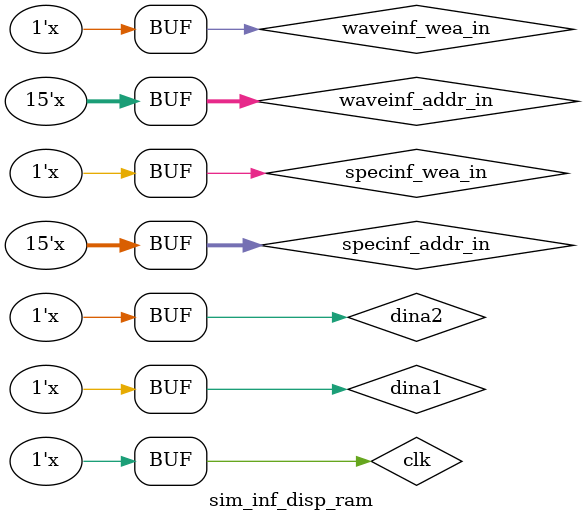
<source format=v>
`timescale 1ns / 1ps


module sim_inf_disp_ram;
    reg clk = 0;
    always#10
        clk = ~clk;
        
    reg[14:0] waveinf_addr_in=0;
    reg[14:0] specinf_addr_in=0;
    
    always#20
    begin
        waveinf_addr_in = waveinf_addr_in + 1;
        specinf_addr_in = specinf_addr_in + 1;
    end
    reg waveinf_wea_in = 0;
    reg specinf_wea_in = 0;
    always@(*)
    if(waveinf_addr_in == 0)
    begin
        waveinf_wea_in = ~waveinf_wea_in;
        specinf_wea_in = ~specinf_wea_in;
    end
    wire waveinf_data_out;
    wire specinf_data_out;
    wire dina1;
    assign dina1 = waveinf_addr_in[2];
    wire dina2;
    assign dina2 = waveinf_addr_in[3];
    
          blk_mem_gen_6 waveinf_disp_ram(
            .clka(clk),
            .wea(waveinf_wea_in),
            .addra(waveinf_addr_in),
            .dina(dina1),
            .douta(waveinf_data_out)
          );
            blk_mem_gen_6 specinf_disp_ram(
                .clka(clk),
                .wea(specinf_wea_in),
                .addra(specinf_addr_in),
                .dina(dina2),
                .douta(specinf_data_out)
              );
     
endmodule

</source>
